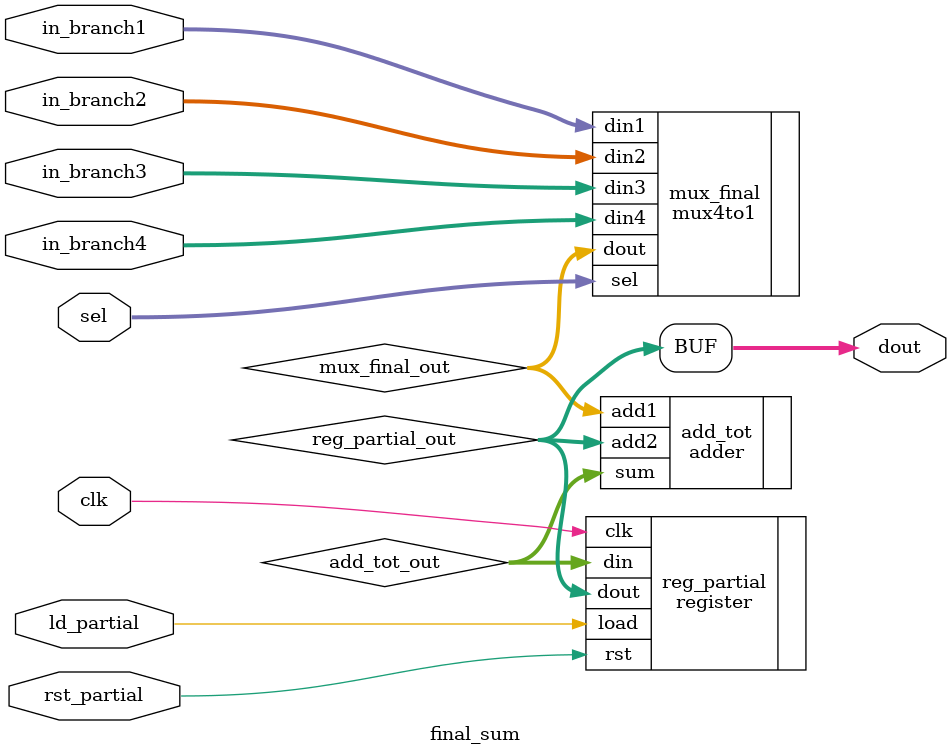
<source format=sv>
module final_sum #(
  parameter WIDTH = 32
) (
  input  logic             clk,
  input  logic             ld_partial,
  input  logic             rst_partial,
  input  logic [      1:0] sel,
  input  logic [WIDTH-1:0] in_branch1,
  input  logic [WIDTH-1:0] in_branch2,
  input  logic [WIDTH-1:0] in_branch3,
  input  logic [WIDTH-1:0] in_branch4,
  output logic [WIDTH-1:0] dout
);

  //Signal definition
  //Multiplexer signal
  logic [WIDTH-1:0] mux_final_out;
  //Adder signal
  logic [WIDTH-1:0] add_tot_out;
  //Register signal
  logic [WIDTH-1:0] reg_partial_out;


  //Component instantiation
  //Multiplexer
  mux4to1 #(
    .WIDTH(WIDTH)
  ) mux_final (
    .sel (sel),
    .din1(in_branch1),
    .din2(in_branch2),
    .din3(in_branch3),
    .din4(in_branch4),
    .dout(mux_final_out)
  );
  //Adder
  adder #(
    .WIDTH(WIDTH)
  ) add_tot (
    .add1(mux_final_out),
    .add2(reg_partial_out),
    .sum (add_tot_out)
  );
  //Register
  register #(
    .WIDTH(WIDTH)
  ) reg_partial (
    .load(ld_partial),
    .rst (rst_partial),
    .clk (clk),
    .din (add_tot_out),
    .dout(reg_partial_out)
  );
  assign dout = reg_partial_out;
endmodule

</source>
